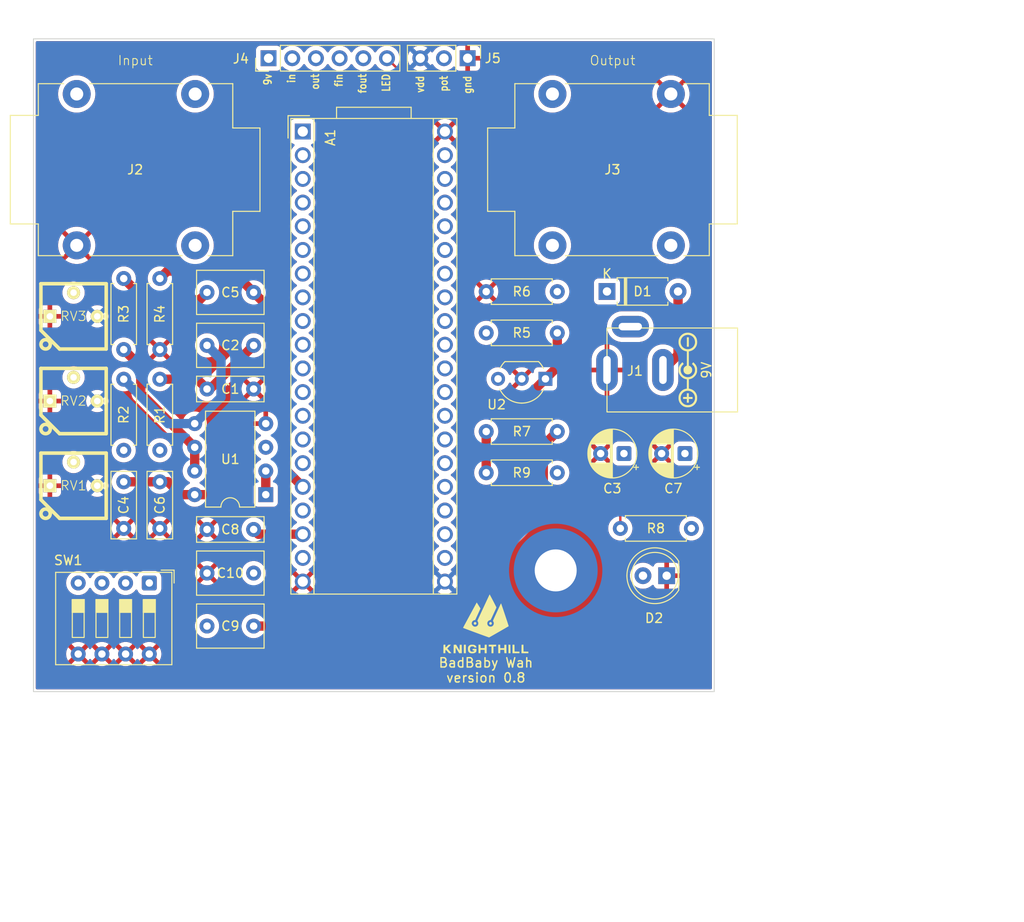
<source format=kicad_pcb>
(kicad_pcb (version 20241229) (generator "pcbnew") (generator_version "9.0")
  (title_block (title "BadBaby Wah") (date "2025-11-22") (rev "0.8") (company "KnightHill Engineering"))
  (layers (0 "F.Cu" power) (4 "In1.Cu" signal) (6 "In2.Cu" signal) (2 "B.Cu" power) (13 "F.Paste" user) (15 "B.Paste" user) (5 "F.SilkS" user "F.Silkscreen") (7 "B.SilkS" user "B.Silkscreen") (1 "F.Mask" user) (3 "B.Mask" user) (25 "Edge.Cuts" user))
  (net 0 "")
  (net 8 "GND")
  (net 9 "VDD")
  (net 11 "/POT1")
  (net 12 "/POT2")
  (net 22 "+9V")
  (net 25 "/FX_IN")
  (net 27 "/FX_OUT")
  (net 30 "/AUDIO_IN")
  (net 31 "/POT3")
  (net 32 "/AUDIO_OUT")
  (net 33 "Net-(C1-Pad1)")
  (net 34 "Net-(U1B-+)")
  (net 35 "Net-(C5-Pad1)")
  (net 37 "Net-(U1C-V+)")
  (net 38 "Net-(C9-Pad2)")
  (net 40 "Net-(D1-A)")
  (net 41 "Net-(U1A-+)")
  (net 45 "/J_IN")
  (net 46 "/VREF")
  (net 47 "/J_OUT")
  (net 48 "Net-(U1B--)")
  (net 49 "Net-(D2-A)")
  (net 50 "/SW4")
  (net 51 "/SW3")
  (net 52 "/SW1")
  (net 53 "/SW2")
  (net 54 "/LED")
  (net 55 "/WAH_POT")
  (footprint "Diode_THT:D_A-405_P7.62mm_Horizontal" (layer "F.Cu") (at 103.97 60.245)
    (property "Reference" "D1" (at 3.81 0 0) (layer "F.SilkS"))
    (property "Value" "1N5817")
    (fp_text user "K" (at 0 -1.9 0) (layer "F.SilkS"))
    (pad "1" thru_hole rect (at 0 0) (size 1.8 1.8) (drill 0.9) (layers "*.Cu" "*.Mask") (net 22 "+9V"))
    (pad "2" thru_hole oval (at 7.62 0) (size 1.8 1.8) (drill 0.9) (layers "*.Cu" "*.Mask") (net 40 "Net-(D1-A)"))
  )
  (footprint "Capacitor_THT:C_Rect_L7.0mm_W4.5mm_P5.00mm" (layer "F.Cu") (at 61.08 96.125)
    (property "Reference" "C9" (at 2.5 0 0) (layer "F.SilkS"))
    (property "Value" "1u")
    (pad "1" thru_hole circle (at 0 0) (size 1.6 1.6) (drill 0.8) (layers "*.Cu" "*.Mask") (net 32 "/AUDIO_OUT"))
    (pad "2" thru_hole circle (at 5 0) (size 1.6 1.6) (drill 0.8) (layers "*.Cu" "*.Mask") (net 38 "Net-(C9-Pad2)"))
  )
  (footprint "CustomFootprints:3362P" (layer "F.Cu") (at 46.76 71.985)
    (property "Reference" "RV2" (at 0 0 0) (layer "F.SilkS") (effects (font (thickness 0.1))))
    (property "Value" "10k")
    (pad "1" thru_hole rect (at -2.53 0.01) (size 1.4 1.4) (drill 0.7) (layers "*.Cu" "*.Mask" "F.SilkS") (net 8 "GND"))
    (pad "2" thru_hole circle (at 0.01 -2.53) (size 1.4 1.4) (drill 0.7) (layers "*.Cu" "*.Mask" "F.SilkS") (net 12 "/POT2"))
    (pad "3" thru_hole circle (at 2.55 0.01) (size 1.4 1.4) (drill 0.7) (layers "*.Cu" "*.Mask" "F.SilkS") (net 9 "VDD"))
  )
  (footprint "Capacitor_THT:C_Rect_L7.0mm_W4.5mm_P5.00mm" (layer "F.Cu") (at 61.08 60.345)
    (property "Reference" "C5" (at 2.5 0 0) (layer "F.SilkS"))
    (property "Value" "1u")
    (pad "1" thru_hole circle (at 0 0) (size 1.6 1.6) (drill 0.8) (layers "*.Cu" "*.Mask") (net 35 "Net-(C5-Pad1)"))
    (pad "2" thru_hole circle (at 5 0) (size 1.6 1.6) (drill 0.8) (layers "*.Cu" "*.Mask") (net 30 "/AUDIO_IN"))
  )
  (footprint "Capacitor_THT:CP_Radial_D5.0mm_P2.50mm" (layer "F.Cu") (at 112.33 77.625 180)
    (property "Reference" "C7" (at 1.25 -3.75 0) (layer "F.SilkS"))
    (property "Value" "100u")
    (pad "1" thru_hole roundrect (at 0 0 180) (size 1.6 1.6) (drill 0.8) (layers "*.Cu" "*.Mask") (roundrect_rratio 0.15625) (net 46 "/VREF"))
    (pad "2" thru_hole circle (at 2.5 0 180) (size 1.6 1.6) (drill 0.8) (layers "*.Cu" "*.Mask") (net 8 "GND"))
  )
  (footprint "Resistor_THT:R_Axial_DIN0207_L6.3mm_D2.5mm_P7.62mm_Horizontal" (layer "F.Cu") (at 91.02 60.265)
    (property "Reference" "R6" (at 3.81 0 0) (layer "F.SilkS"))
    (property "Value" "100K")
    (pad "1" thru_hole circle (at 0 0) (size 1.6 1.6) (drill 0.8) (layers "*.Cu" "*.Mask") (net 8 "GND"))
    (pad "2" thru_hole circle (at 7.62 0) (size 1.6 1.6) (drill 0.8) (layers "*.Cu" "*.Mask") (net 46 "/VREF"))
  )
  (footprint "Package_TO_SOT_THT:TO-92_Inline_Wide" (layer "F.Cu") (at 97.37 69.615 180)
    (property "Reference" "U2" (at 5.24 -2.76 0) (layer "F.SilkS"))
    (property "Value" "L78L05_TO92")
    (pad "1" thru_hole rect (at 0 0 180) (size 1.5 1.5) (drill 0.8) (layers "*.Cu" "*.Mask") (net 37 "Net-(U1C-V+)"))
    (pad "2" thru_hole circle (at 2.54 0 180) (size 1.5 1.5) (drill 0.8) (layers "*.Cu" "*.Mask") (net 8 "GND"))
    (pad "3" thru_hole circle (at 5.08 0 180) (size 1.5 1.5) (drill 0.8) (layers "*.Cu" "*.Mask") (net 22 "+9V"))
  )
  (footprint "Connector_Audio:Jack_6.35mm_Neutrik_NMJ4HCD2_Horizontal" (layer "F.Cu") (at 98.12 39.07)
    (property "Reference" "J3" (at 6.435 8.115 0) (layer "F.SilkS"))
    (property "Value" "Out")
    (pad "S" thru_hole circle (at 12.7 0) (size 3 3) (drill 1.4) (layers "*.Cu" "*.Mask") (net 8 "GND"))
    (pad "SN" thru_hole circle (at 12.7 16.23) (size 3 3) (drill 1.4) (layers "*.Cu" "*.Mask"))
    (pad "T" thru_hole circle (at 0 0) (size 3 3) (drill 1.4) (layers "*.Cu" "*.Mask") (net 47 "/J_OUT"))
    (pad "TN" thru_hole circle (at 0 16.23) (size 3 3) (drill 1.4) (layers "*.Cu" "*.Mask"))
  )
  (footprint "Resistor_THT:R_Axial_DIN0207_L6.3mm_D2.5mm_P7.62mm_Horizontal" (layer "F.Cu") (at 52.15 77.275 90)
    (property "Reference" "R2" (at 3.81 0 90) (layer "F.SilkS"))
    (property "Value" "1M")
    (pad "1" thru_hole circle (at 0 0 90) (size 1.6 1.6) (drill 0.8) (layers "*.Cu" "*.Mask") (net 46 "/VREF"))
    (pad "2" thru_hole circle (at 7.62 0 90) (size 1.6 1.6) (drill 0.8) (layers "*.Cu" "*.Mask") (net 34 "Net-(U1B-+)"))
  )
  (footprint "CustomFootprints:Generic_PowerJack" (layer "F.Cu") (at 103.97 68.665 180)
    (property "Reference" "J1" (at -3 -0.1 0) (layer "F.SilkS"))
    (property "Value" "Barrel_Jack_Switch")
    (pad "1" thru_hole oval (at 0 0 180) (size 2.3 4.5) (drill oval 0.8 3) (layers "*.Cu" "*.Mask") (net 8 "GND"))
    (pad "2" thru_hole oval (at -6 0 180) (size 2.3 4.5) (drill oval 0.8 3) (layers "*.Cu" "*.Mask") (net 40 "Net-(D1-A)"))
    (pad "3" thru_hole oval (at -2.5 4.65 270) (size 2.3 4) (drill oval 0.8 2.5) (layers "*.Cu" "*.Mask"))
  )
  (footprint "LOGO" (layer "F.Cu") (at 90.85 96.775)
    (property "Reference" "G***" (hide yes))
    (property "Value" "LOGO" (hide yes))
  )
  (footprint "CustomFootprints:3362P" (layer "F.Cu") (at 46.76 81.065)
    (property "Reference" "RV1" (at 0 0 0) (layer "F.SilkS") (effects (font (thickness 0.1))))
    (property "Value" "10k")
    (pad "1" thru_hole rect (at -2.53 0.01) (size 1.4 1.4) (drill 0.7) (layers "*.Cu" "*.Mask" "F.SilkS") (net 8 "GND"))
    (pad "2" thru_hole circle (at 0.01 -2.53) (size 1.4 1.4) (drill 0.7) (layers "*.Cu" "*.Mask" "F.SilkS") (net 11 "/POT1"))
    (pad "3" thru_hole circle (at 2.55 0.01) (size 1.4 1.4) (drill 0.7) (layers "*.Cu" "*.Mask" "F.SilkS") (net 9 "VDD"))
  )
  (footprint "Capacitor_THT:C_Rect_L7.0mm_W2.5mm_P5.00mm" (layer "F.Cu") (at 56.02 80.655 -90)
    (property "Reference" "C6" (at 2.5 0 90) (layer "F.SilkS"))
    (property "Value" "100n")
    (pad "1" thru_hole circle (at 0 0 270) (size 1.6 1.6) (drill 0.8) (layers "*.Cu" "*.Mask") (net 37 "Net-(U1C-V+)"))
    (pad "2" thru_hole circle (at 5 0 270) (size 1.6 1.6) (drill 0.8) (layers "*.Cu" "*.Mask") (net 8 "GND"))
  )
  (footprint "Resistor_THT:R_Axial_DIN0207_L6.3mm_D2.5mm_P7.62mm_Horizontal" (layer "F.Cu") (at 98.64 75.265 180)
    (property "Reference" "R7" (at 3.81 0 0) (layer "F.SilkS"))
    (property "Value" "1K")
    (pad "1" thru_hole circle (at 0 0 180) (size 1.6 1.6) (drill 0.8) (layers "*.Cu" "*.Mask") (net 38 "Net-(C9-Pad2)"))
    (pad "2" thru_hole circle (at 7.62 0 180) (size 1.6 1.6) (drill 0.8) (layers "*.Cu" "*.Mask") (net 41 "Net-(U1A-+)"))
  )
  (footprint "Resistor_THT:R_Axial_DIN0207_L6.3mm_D2.5mm_P7.62mm_Horizontal" (layer "F.Cu") (at 56.02 77.275 90)
    (property "Reference" "R1" (at 3.81 0 90) (layer "F.SilkS"))
    (property "Value" "3K3")
    (pad "1" thru_hole circle (at 0 0 90) (size 1.6 1.6) (drill 0.8) (layers "*.Cu" "*.Mask") (net 25 "/FX_IN"))
    (pad "2" thru_hole circle (at 7.62 0 90) (size 1.6 1.6) (drill 0.8) (layers "*.Cu" "*.Mask") (net 33 "Net-(C1-Pad1)"))
  )
  (footprint "Resistor_THT:R_Axial_DIN0207_L6.3mm_D2.5mm_P7.62mm_Horizontal" (layer "F.Cu") (at 98.64 64.685 180)
    (property "Reference" "R5" (at 3.81 0 0) (layer "F.SilkS"))
    (property "Value" "100K")
    (pad "1" thru_hole circle (at 0 0 180) (size 1.6 1.6) (drill 0.8) (layers "*.Cu" "*.Mask") (net 37 "Net-(U1C-V+)"))
    (pad "2" thru_hole circle (at 7.62 0 180) (size 1.6 1.6) (drill 0.8) (layers "*.Cu" "*.Mask") (net 46 "/VREF"))
  )
  (footprint "Button_Switch_THT:SW_DIP_SPSTx04_Slide_9.78x12.34mm_W7.62mm_P2.54mm" (layer "F.Cu") (at 54.89 91.505 -90)
    (property "Reference" "SW1" (at -2.43 8.69 0) (layer "F.SilkS"))
    (property "Value" "SW_DIP_x04")
    (pad "1" thru_hole roundrect (at 0 0 270) (size 1.6 1.6) (drill 0.8) (layers "*.Cu" "*.Mask") (roundrect_rratio 0.15625) (net 52 "/SW1"))
    (pad "2" thru_hole circle (at 0 2.54 270) (size 1.6 1.6) (drill 0.8) (layers "*.Cu" "*.Mask") (net 53 "/SW2"))
    (pad "3" thru_hole circle (at 0 5.08 270) (size 1.6 1.6) (drill 0.8) (layers "*.Cu" "*.Mask") (net 51 "/SW3"))
    (pad "4" thru_hole circle (at 0 7.62 270) (size 1.6 1.6) (drill 0.8) (layers "*.Cu" "*.Mask") (net 50 "/SW4"))
    (pad "5" thru_hole circle (at 7.62 7.62 270) (size 1.6 1.6) (drill 0.8) (layers "*.Cu" "*.Mask") (net 8 "GND"))
    (pad "6" thru_hole circle (at 7.62 5.08 270) (size 1.6 1.6) (drill 0.8) (layers "*.Cu" "*.Mask") (net 8 "GND"))
    (pad "7" thru_hole circle (at 7.62 2.54 270) (size 1.6 1.6) (drill 0.8) (layers "*.Cu" "*.Mask") (net 8 "GND"))
    (pad "8" thru_hole circle (at 7.62 0 270) (size 1.6 1.6) (drill 0.8) (layers "*.Cu" "*.Mask") (net 8 "GND"))
  )
  (footprint "Connector_PinHeader_2.54mm:PinHeader_1x06_P2.54mm_Vertical" (layer "F.Cu") (at 67.68 35.234999 90)
    (property "Reference" "J4" (at -0.060001 -2.97 180) (layer "F.SilkS"))
    (property "Value" "Conn_01x06_Pin")
    (pad "1" thru_hole rect (at 0 0 90) (size 1.7 1.7) (drill 1) (layers "*.Cu" "*.Mask") (net 22 "+9V"))
    (pad "2" thru_hole circle (at 0 2.54 90) (size 1.7 1.7) (drill 1) (layers "*.Cu" "*.Mask") (net 45 "/J_IN"))
    (pad "3" thru_hole circle (at 0 5.08 90) (size 1.7 1.7) (drill 1) (layers "*.Cu" "*.Mask") (net 47 "/J_OUT"))
    (pad "4" thru_hole circle (at 0 7.62 90) (size 1.7 1.7) (drill 1) (layers "*.Cu" "*.Mask") (net 25 "/FX_IN"))
    (pad "5" thru_hole circle (at 0 10.16 90) (size 1.7 1.7) (drill 1) (layers "*.Cu" "*.Mask") (net 27 "/FX_OUT"))
    (pad "6" thru_hole circle (at 0 12.7 90) (size 1.7 1.7) (drill 1) (layers "*.Cu" "*.Mask") (net 54 "/LED"))
  )
  (footprint "Resistor_THT:R_Axial_DIN0207_L6.3mm_D2.5mm_P7.62mm_Horizontal" (layer "F.Cu") (at 105.4 85.655)
    (property "Reference" "R8" (at 3.81 0 0) (layer "F.SilkS"))
    (property "Value" "R")
    (pad "1" thru_hole circle (at 0 0) (size 1.6 1.6) (drill 0.8) (layers "*.Cu" "*.Mask") (net 54 "/LED"))
    (pad "2" thru_hole circle (at 7.62 0) (size 1.6 1.6) (drill 0.8) (layers "*.Cu" "*.Mask") (net 49 "Net-(D2-A)"))
  )
  (footprint "Connector_PinHeader_2.54mm:PinHeader_1x03_P2.54mm_Vertical" (layer "F.Cu") (at 89.03 35.234999 -90)
    (property "Reference" "J5" (at 0.010001 -2.69 180) (layer "F.SilkS"))
    (property "Value" "Conn_01x03_Pin")
    (pad "1" thru_hole rect (at 0 0 270) (size 1.7 1.7) (drill 1) (layers "*.Cu" "*.Mask") (net 8 "GND"))
    (pad "2" thru_hole circle (at 0 2.54 270) (size 1.7 1.7) (drill 1) (layers "*.Cu" "*.Mask") (net 55 "/WAH_POT"))
    (pad "3" thru_hole circle (at 0 5.08 270) (size 1.7 1.7) (drill 1) (layers "*.Cu" "*.Mask") (net 9 "VDD"))
  )
  (footprint "LOGO" (layer "F.Cu") (at 112.64 68.664964 90)
    (property "Reference" "G***" (hide yes))
    (property "Value" "LOGO" (hide yes))
  )
  (footprint "Connector_Audio:Jack_6.35mm_Neutrik_NMJ4HCD2_Horizontal" (layer "F.Cu") (at 59.81 55.3 180)
    (property "Reference" "J2" (at 6.435 8.115 0) (layer "F.SilkS"))
    (property "Value" "In")
    (pad "S" thru_hole circle (at 12.7 0 180) (size 3 3) (drill 1.4) (layers "*.Cu" "*.Mask") (net 8 "GND"))
    (pad "SN" thru_hole circle (at 12.7 16.23 180) (size 3 3) (drill 1.4) (layers "*.Cu" "*.Mask"))
    (pad "T" thru_hole circle (at 0 0 180) (size 3 3) (drill 1.4) (layers "*.Cu" "*.Mask") (net 45 "/J_IN"))
    (pad "TN" thru_hole circle (at 0 16.23 180) (size 3 3) (drill 1.4) (layers "*.Cu" "*.Mask"))
  )
  (footprint "Resistor_THT:R_Axial_DIN0207_L6.3mm_D2.5mm_P7.62mm_Horizontal" (layer "F.Cu") (at 52.15 66.475 90)
    (property "Reference" "R3" (at 3.81 0 90) (layer "F.SilkS"))
    (property "Value" "100R")
    (pad "1" thru_hole circle (at 0 0 90) (size 1.6 1.6) (drill 0.8) (layers "*.Cu" "*.Mask") (net 48 "Net-(U1B--)"))
    (pad "2" thru_hole circle (at 7.62 0 90) (size 1.6 1.6) (drill 0.8) (layers "*.Cu" "*.Mask") (net 35 "Net-(C5-Pad1)"))
  )
  (footprint "Capacitor_THT:C_Rect_L7.0mm_W2.5mm_P5.00mm" (layer "F.Cu") (at 52.15 80.655 -90)
    (property "Reference" "C4" (at 2.5 0 90) (layer "F.SilkS"))
    (property "Value" "100n")
    (pad "1" thru_hole circle (at 0 0 270) (size 1.6 1.6) (drill 0.8) (layers "*.Cu" "*.Mask") (net 37 "Net-(U1C-V+)"))
    (pad "2" thru_hole circle (at 5 0 270) (size 1.6 1.6) (drill 0.8) (layers "*.Cu" "*.Mask") (net 8 "GND"))
  )
  (footprint "Capacitor_THT:CP_Radial_D5.0mm_P2.50mm" (layer "F.Cu") (at 105.79 77.625 180)
    (property "Reference" "C3" (at 1.25 -3.75 0) (layer "F.SilkS"))
    (property "Value" "100u")
    (pad "1" thru_hole roundrect (at 0 0 180) (size 1.6 1.6) (drill 0.8) (layers "*.Cu" "*.Mask") (roundrect_rratio 0.15625) (net 22 "+9V"))
    (pad "2" thru_hole circle (at 2.5 0 180) (size 1.6 1.6) (drill 0.8) (layers "*.Cu" "*.Mask") (net 8 "GND"))
  )
  (footprint "Resistor_THT:R_Axial_DIN0207_L6.3mm_D2.5mm_P7.62mm_Horizontal" (layer "F.Cu") (at 98.64 79.685 180)
    (property "Reference" "R9" (at 3.81 0 0) (layer "F.SilkS"))
    (property "Value" "1M")
    (pad "1" thru_hole circle (at 0 0 180) (size 1.6 1.6) (drill 0.8) (layers "*.Cu" "*.Mask") (net 46 "/VREF"))
    (pad "2" thru_hole circle (at 7.62 0 180) (size 1.6 1.6) (drill 0.8) (layers "*.Cu" "*.Mask") (net 41 "Net-(U1A-+)"))
  )
  (footprint "Capacitor_THT:C_Rect_L7.0mm_W2.5mm_P5.00mm" (layer "F.Cu") (at 61.08 70.705)
    (property "Reference" "C1" (at 2.5 0 0) (layer "F.SilkS"))
    (property "Value" "2n2")
    (pad "1" thru_hole circle (at 0 0) (size 1.6 1.6) (drill 0.8) (layers "*.Cu" "*.Mask") (net 33 "Net-(C1-Pad1)"))
    (pad "2" thru_hole circle (at 5 0) (size 1.6 1.6) (drill 0.8) (layers "*.Cu" "*.Mask") (net 8 "GND"))
  )
  (footprint "Capacitor_THT:C_Rect_L7.0mm_W4.5mm_P5.00mm" (layer "F.Cu") (at 66.08 66.025 180)
    (property "Reference" "C2" (at 2.5 0 0) (layer "F.SilkS"))
    (property "Value" "1u")
    (pad "1" thru_hole circle (at 0 0 180) (size 1.6 1.6) (drill 0.8) (layers "*.Cu" "*.Mask") (net 33 "Net-(C1-Pad1)"))
    (pad "2" thru_hole circle (at 5 0 180) (size 1.6 1.6) (drill 0.8) (layers "*.Cu" "*.Mask") (net 34 "Net-(U1B-+)"))
  )
  (footprint "Package_DIP:DIP-8_W7.62mm" (layer "F.Cu") (at 67.38 82.035 180)
    (property "Reference" "U1" (at 3.8 3.8 0) (layer "F.SilkS"))
    (property "Value" "TL072")
    (pad "1" thru_hole rect (at 0 0 180) (size 1.6 1.6) (drill 0.8) (layers "*.Cu" "*.Mask") (net 27 "/FX_OUT"))
    (pad "2" thru_hole oval (at 0 2.54 180) (size 1.6 1.6) (drill 0.8) (layers "*.Cu" "*.Mask") (net 27 "/FX_OUT"))
    (pad "3" thru_hole oval (at 0 5.08 180) (size 1.6 1.6) (drill 0.8) (layers "*.Cu" "*.Mask") (net 41 "Net-(U1A-+)"))
    (pad "4" thru_hole oval (at 0 7.62 180) (size 1.6 1.6) (drill 0.8) (layers "*.Cu" "*.Mask") (net 8 "GND"))
    (pad "5" thru_hole oval (at 7.62 7.62 180) (size 1.6 1.6) (drill 0.8) (layers "*.Cu" "*.Mask") (net 34 "Net-(U1B-+)"))
    (pad "6" thru_hole oval (at 7.62 5.08 180) (size 1.6 1.6) (drill 0.8) (layers "*.Cu" "*.Mask") (net 48 "Net-(U1B--)"))
    (pad "7" thru_hole oval (at 7.62 2.54 180) (size 1.6 1.6) (drill 0.8) (layers "*.Cu" "*.Mask") (net 48 "Net-(U1B--)"))
    (pad "8" thru_hole oval (at 7.62 0 180) (size 1.6 1.6) (drill 0.8) (layers "*.Cu" "*.Mask") (net 37 "Net-(U1C-V+)"))
  )
  (footprint "LED_THT:LED_D5.0mm" (layer "F.Cu") (at 110.37 90.725 180)
    (property "Reference" "D2" (at 1.35 -4.55 0) (layer "F.SilkS"))
    (property "Value" "LED")
    (pad "1" thru_hole rect (at 0 0 180) (size 1.8 1.8) (drill 0.9) (layers "*.Cu" "*.Mask") (net 8 "GND"))
    (pad "2" thru_hole circle (at 2.54 0 180) (size 1.8 1.8) (drill 0.9) (layers "*.Cu" "*.Mask") (net 49 "Net-(D2-A)"))
  )
  (footprint "Capacitor_THT:C_Rect_L7.0mm_W2.5mm_P5.00mm" (layer "F.Cu") (at 66.08 85.765 180)
    (property "Reference" "C8" (at 2.5 0 0) (layer "F.SilkS"))
    (property "Value" "100p")
    (pad "1" thru_hole circle (at 0 0 180) (size 1.6 1.6) (drill 0.8) (layers "*.Cu" "*.Mask") (net 32 "/AUDIO_OUT"))
    (pad "2" thru_hole circle (at 5 0 180) (size 1.6 1.6) (drill 0.8) (layers "*.Cu" "*.Mask") (net 8 "GND"))
  )
  (footprint "Resistor_THT:R_Axial_DIN0207_L6.3mm_D2.5mm_P7.62mm_Horizontal" (layer "F.Cu") (at 56.02 58.855 -90)
    (property "Reference" "R4" (at 3.81 0 90) (layer "F.SilkS"))
    (property "Value" "100K")
    (pad "1" thru_hole circle (at 0 0 270) (size 1.6 1.6) (drill 0.8) (layers "*.Cu" "*.Mask") (net 30 "/AUDIO_IN"))
    (pad "2" thru_hole circle (at 7.62 0 270) (size 1.6 1.6) (drill 0.8) (layers "*.Cu" "*.Mask") (net 8 "GND"))
  )
  (footprint "Module:Electrosmith_Daisy_Seed" (layer "F.Cu") (at 71.35 43.095)
    (property "Reference" "A1" (at 2.96 0.64 90) (layer "F.SilkS"))
    (property "Value" "Electrosmith_Daisy_Seed_Rev4")
    (pad "1" thru_hole rect (at 0 0) (size 1.7 1.7) (drill 1.1) (layers "*.Cu" "*.Mask"))
    (pad "2" thru_hole circle (at 0 2.54) (size 1.7 1.7) (drill 1.1) (layers "*.Cu" "*.Mask"))
    (pad "3" thru_hole circle (at 0 5.08) (size 1.7 1.7) (drill 1.1) (layers "*.Cu" "*.Mask"))
    (pad "4" thru_hole circle (at 0 7.62) (size 1.7 1.7) (drill 1.1) (layers "*.Cu" "*.Mask"))
    (pad "5" thru_hole circle (at 0 10.16) (size 1.7 1.7) (drill 1.1) (layers "*.Cu" "*.Mask"))
    (pad "6" thru_hole circle (at 0 12.7) (size 1.7 1.7) (drill 1.1) (layers "*.Cu" "*.Mask"))
    (pad "7" thru_hole circle (at 0 15.24) (size 1.7 1.7) (drill 1.1) (layers "*.Cu" "*.Mask"))
    (pad "8" thru_hole circle (at 0 17.78) (size 1.7 1.7) (drill 1.1) (layers "*.Cu" "*.Mask"))
    (pad "9" thru_hole circle (at 0 20.32) (size 1.7 1.7) (drill 1.1) (layers "*.Cu" "*.Mask"))
    (pad "10" thru_hole circle (at 0 22.86) (size 1.7 1.7) (drill 1.1) (layers "*.Cu" "*.Mask"))
    (pad "11" thru_hole circle (at 0 25.4) (size 1.7 1.7) (drill 1.1) (layers "*.Cu" "*.Mask"))
    (pad "12" thru_hole circle (at 0 27.94) (size 1.7 1.7) (drill 1.1) (layers "*.Cu" "*.Mask"))
    (pad "13" thru_hole circle (at 0 30.48) (size 1.7 1.7) (drill 1.1) (layers "*.Cu" "*.Mask"))
    (pad "14" thru_hole circle (at 0 33.02) (size 1.7 1.7) (drill 1.1) (layers "*.Cu" "*.Mask"))
    (pad "15" thru_hole circle (at 0 35.56) (size 1.7 1.7) (drill 1.1) (layers "*.Cu" "*.Mask"))
    (pad "16" thru_hole circle (at 0 38.1) (size 1.7 1.7) (drill 1.1) (layers "*.Cu" "*.Mask") (net 30 "/AUDIO_IN"))
    (pad "17" thru_hole circle (at 0 40.64) (size 1.7 1.7) (drill 1.1) (layers "*.Cu" "*.Mask"))
    (pad "18" thru_hole circle (at 0 43.18) (size 1.7 1.7) (drill 1.1) (layers "*.Cu" "*.Mask") (net 32 "/AUDIO_OUT"))
    (pad "19" thru_hole circle (at 0 45.72) (size 1.7 1.7) (drill 1.1) (layers "*.Cu" "*.Mask"))
    (pad "20" thru_hole circle (at 0 48.26) (size 1.7 1.7) (drill 1.1) (layers "*.Cu" "*.Mask") (net 8 "GND"))
    (pad "21" thru_hole circle (at 15.24 48.26) (size 1.7 1.7) (drill 1.1) (layers "*.Cu" "*.Mask") (net 9 "VDD"))
    (pad "22" thru_hole circle (at 15.24 45.72) (size 1.7 1.7) (drill 1.1) (layers "*.Cu" "*.Mask") (net 11 "/POT1"))
    (pad "23" thru_hole circle (at 15.24 43.18) (size 1.7 1.7) (drill 1.1) (layers "*.Cu" "*.Mask") (net 12 "/POT2"))
    (pad "24" thru_hole circle (at 15.24 40.64) (size 1.7 1.7) (drill 1.1) (layers "*.Cu" "*.Mask") (net 31 "/POT3"))
    (pad "25" thru_hole circle (at 15.24 38.1) (size 1.7 1.7) (drill 1.1) (layers "*.Cu" "*.Mask"))
    (pad "26" thru_hole circle (at 15.24 35.56) (size 1.7 1.7) (drill 1.1) (layers "*.Cu" "*.Mask") (net 55 "/WAH_POT"))
    (pad "27" thru_hole circle (at 15.24 33.02) (size 1.7 1.7) (drill 1.1) (layers "*.Cu" "*.Mask") (net 52 "/SW1"))
    (pad "28" thru_hole circle (at 15.24 30.48) (size 1.7 1.7) (drill 1.1) (layers "*.Cu" "*.Mask") (net 53 "/SW2"))
    (pad "29" thru_hole circle (at 15.24 27.94) (size 1.7 1.7) (drill 1.1) (layers "*.Cu" "*.Mask") (net 51 "/SW3"))
    (pad "30" thru_hole circle (at 15.24 25.4) (size 1.7 1.7) (drill 1.1) (layers "*.Cu" "*.Mask") (net 50 "/SW4"))
    (pad "31" thru_hole circle (at 15.24 22.86) (size 1.7 1.7) (drill 1.1) (layers "*.Cu" "*.Mask"))
    (pad "32" thru_hole circle (at 15.24 20.32) (size 1.7 1.7) (drill 1.1) (layers "*.Cu" "*.Mask"))
    (pad "33" thru_hole circle (at 15.24 17.78) (size 1.7 1.7) (drill 1.1) (layers "*.Cu" "*.Mask"))
    (pad "34" thru_hole circle (at 15.24 15.24) (size 1.7 1.7) (drill 1.1) (layers "*.Cu" "*.Mask"))
    (pad "35" thru_hole circle (at 15.24 12.7) (size 1.7 1.7) (drill 1.1) (layers "*.Cu" "*.Mask"))
    (pad "36" thru_hole circle (at 15.24 10.16) (size 1.7 1.7) (drill 1.1) (layers "*.Cu" "*.Mask"))
    (pad "37" thru_hole circle (at 15.24 7.62) (size 1.7 1.7) (drill 1.1) (layers "*.Cu" "*.Mask"))
    (pad "38" thru_hole circle (at 15.24 5.08) (size 1.7 1.7) (drill 1.1) (layers "*.Cu" "*.Mask"))
    (pad "39" thru_hole circle (at 15.24 2.54) (size 1.7 1.7) (drill 1.1) (layers "*.Cu" "*.Mask") (net 22 "+9V"))
    (pad "40" thru_hole circle (at 15.24 0) (size 1.7 1.7) (drill 1.1) (layers "*.Cu" "*.Mask") (net 8 "GND"))
  )
  (footprint "MountingHole:MountingHole_4.5mm_Pad" (layer "F.Cu") (at 98.47 90.155)
    (property "Reference" "H1" (hide yes))
    (property "Value" "MountingHole_Pad" (hide yes))
    (pad "1" thru_hole circle (at 0 0) (size 9 9) (drill 4.5) (layers "*.Cu" "*.Mask") (net 8 "GND"))
  )
  (footprint "Capacitor_THT:C_Rect_L7.0mm_W4.5mm_P5.00mm" (layer "F.Cu") (at 66.08 90.445 180)
    (property "Reference" "C10" (at 2.5 0 0) (layer "F.SilkS"))
    (property "Value" "1n")
    (pad "1" thru_hole circle (at 0 0 180) (size 1.6 1.6) (drill 0.8) (layers "*.Cu" "*.Mask") (net 41 "Net-(U1A-+)"))
    (pad "2" thru_hole circle (at 5 0 180) (size 1.6 1.6) (drill 0.8) (layers "*.Cu" "*.Mask") (net 8 "GND"))
  )
  (footprint "CustomFootprints:3362P" (layer "F.Cu") (at 46.76 62.905)
    (property "Reference" "RV3" (at 0 0 0) (layer "F.SilkS") (effects (font (thickness 0.1))))
    (property "Value" "10k")
    (pad "1" thru_hole rect (at -2.53 0.01) (size 1.4 1.4) (drill 0.7) (layers "*.Cu" "*.Mask" "F.SilkS") (net 8 "GND"))
    (pad "2" thru_hole circle (at 0.01 -2.53) (size 1.4 1.4) (drill 0.7) (layers "*.Cu" "*.Mask" "F.SilkS") (net 31 "/POT3"))
    (pad "3" thru_hole circle (at 2.55 0.01) (size 1.4 1.4) (drill 0.7) (layers "*.Cu" "*.Mask" "F.SilkS") (net 9 "VDD"))
  )
  (gr_rect (start 42.47 33.155) (end 115.47 103.155) (stroke (width 0.1)) (fill no) (layer "Edge.Cuts"))
  (gr_text "out" (at 73.14 38.681666 90) (layer "F.SilkS") (effects (font (size 0.8 0.7)) (justify left bottom)))
  (gr_text "BadBaby Wah\nversion 0.8" (at 90.98413 100.865 0) (layer "F.SilkS") (effects (font (size 1 1))))
  (gr_text "gnd" (at 89.48 39.135 90) (layer "F.SilkS") (effects (font (size 0.8 0.7)) (justify left bottom)))
  (gr_text "in" (at 70.6 37.981666 90) (layer "F.SilkS") (effects (font (size 0.8 0.7)) (justify left bottom)))
  (gr_text "vdd" (at 84.4 39.035 90) (layer "F.SilkS") (effects (font (size 0.8 0.7)) (justify left bottom)))
  (gr_text "9v" (at 68.06 38.215 90) (layer "F.SilkS") (effects (font (size 0.8 0.7)) (justify left bottom)))
  (gr_text "Output" (at 102.052619 36.065 0) (layer "F.SilkS") (effects (font (size 1 1) (thickness 0.1)) (justify left bottom)))
  (gr_text "fin" (at 75.68 38.381666 90) (layer "F.SilkS") (effects (font (size 0.8 0.7)) (justify left bottom)))
  (gr_text "pot" (at 86.94 38.901667 90) (layer "F.SilkS") (effects (font (size 0.8 0.7)) (justify left bottom)))
  (gr_text "Input" (at 51.444048 36.065 0) (layer "F.SilkS") (effects (font (size 1 1) (thickness 0.1)) (justify left bottom)))
  (gr_text "fout" (at 78.22 39.081666 90) (layer "F.SilkS") (effects (font (size 0.8 0.7)) (justify left bottom)))
  (gr_text "9V" (at 115.22 69.694762 90) (layer "F.SilkS") (effects (font (size 1 1)) (justify left bottom)))
  (gr_text "LED" (at 80.76 38.915 90) (layer "F.SilkS") (effects (font (size 0.8 0.7)) (justify left bottom)))
  (segment (start 67.38 82.035) (end 67.38 79.495) (width 1) (layer "F.Cu") (net 27))
  (segment (start 63.790001 58.055001) (end 66.08 60.345) (width 1) (layer "F.Cu") (net 30))
  (segment (start 66.08 60.345) (end 69.51 63.775) (width 1) (layer "F.Cu") (net 30))
  (segment (start 56.02 58.855) (end 56.819999 58.055001) (width 1) (layer "F.Cu") (net 30))
  (segment (start 56.819999 58.055001) (end 63.790001 58.055001) (width 1) (layer "F.Cu") (net 30))
  (segment (start 69.51 63.775) (end 69.51 79.355) (width 1) (layer "F.Cu") (net 30))
  (segment (start 69.51 79.355) (end 71.35 81.195) (width 1) (layer "F.Cu") (net 30))
  (segment (start 71.35 86.275) (end 66.59 86.275) (width 1) (layer "F.Cu") (net 32))
  (segment (start 66.59 86.275) (end 66.08 85.765) (width 1) (layer "F.Cu") (net 32))
  (segment (start 61.4 70.705) (end 66.08 66.025) (width 1) (layer "F.Cu") (net 33))
  (segment (start 56.02 69.655) (end 60.03 69.655) (width 1) (layer "F.Cu") (net 33))
  (segment (start 60.03 69.655) (end 61.08 70.705) (width 1) (layer "F.Cu") (net 33))
  (segment (start 61.08 70.705) (end 61.4 70.705) (width 1) (layer "F.Cu") (net 33))
  (segment (start 62.581 71.594) (end 59.76 74.415) (width 1) (layer "B.Cu") (net 34))
  (segment (start 52.15 69.655) (end 56.91 74.415) (width 1) (layer "B.Cu") (net 34))
  (segment (start 61.08 66.025) (end 62.581 67.526) (width 1) (layer "B.Cu") (net 34))
  (segment (start 56.91 74.415) (end 59.76 74.415) (width 1) (layer "B.Cu") (net 34))
  (segment (start 62.581 67.526) (end 62.581 71.594) (width 1) (layer "B.Cu") (net 34))
  (segment (start 52.15 58.855) (end 54.439999 61.144999) (width 1) (layer "F.Cu") (net 35))
  (segment (start 60.280001 61.144999) (end 61.08 60.345) (width 1) (layer "F.Cu") (net 35))
  (segment (start 54.439999 61.144999) (end 60.280001 61.144999) (width 1) (layer "F.Cu") (net 35))
  (segment (start 98.64 68.345) (end 97.37 69.615) (width 1) (layer "F.Cu") (net 37))
  (segment (start 56.9 80.655) (end 58.28 82.035) (width 1) (layer "F.Cu") (net 37))
  (segment (start 95.938 71.047) (end 95.938 82.56853) (width 1) (layer "F.Cu") (net 37))
  (segment (start 58.28 82.035) (end 59.76 82.035) (width 1) (layer "F.Cu") (net 37))
  (segment (start 63.41 90.315) (end 63.41 83.895) (width 1) (layer "F.Cu") (net 37))
  (segment (start 67.719 94.624) (end 63.41 90.315) (width 1) (layer "F.Cu") (net 37))
  (segment (start 61.55 82.035) (end 59.76 82.035) (width 1) (layer "F.Cu") (net 37))
  (segment (start 95.938 82.56853) (end 90.885765 87.620765) (width 1) (layer "F.Cu") (net 37))
  (segment (start 90.885765 87.620765) (end 90.885765 91.930765) (width 1) (layer "F.Cu") (net 37))
  (segment (start 63.41 83.895) (end 61.55 82.035) (width 1) (layer "F.Cu") (net 37))
  (segment (start 88.19253 94.624) (end 67.719 94.624) (width 1) (layer "F.Cu") (net 37))
  (segment (start 52.15 80.655) (end 56.02 80.655) (width 1) (layer "F.Cu") (net 37))
  (segment (start 90.885765 91.930765) (end 88.19253 94.624) (width 1) (layer "F.Cu") (net 37))
  (segment (start 56.02 80.655) (end 56.9 80.655) (width 1) (layer "F.Cu") (net 37))
  (segment (start 97.37 69.615) (end 95.938 71.047) (width 1) (layer "F.Cu") (net 37))
  (segment (start 98.64 64.685) (end 98.64 68.345) (width 1) (layer "F.Cu") (net 37))
  (segment (start 92.21 92.305) (end 92.21 87.995) (width 1) (layer "F.Cu") (net 38))
  (segment (start 92.21 87.995) (end 97.139 83.066) (width 1) (layer "F.Cu") (net 38))
  (segment (start 66.08 96.125) (end 88.39 96.125) (width 1) (layer "F.Cu") (net 38))
  (segment (start 97.139 76.766) (end 98.64 75.265) (width 1) (layer "F.Cu") (net 38))
  (segment (start 97.139 83.066) (end 97.139 76.766) (width 1) (layer "F.Cu") (net 38))
  (segment (start 88.39 96.125) (end 92.21 92.305) (width 1) (layer "F.Cu") (net 38))
  (segment (start 111.59 67.045) (end 109.97 68.665) (width 1) (layer "F.Cu") (net 40))
  (segment (start 111.59 60.245) (end 111.59 67.045) (width 1) (layer "F.Cu") (net 40))
  (segment (start 91.02 75.265) (end 91.02 79.685) (width 1) (layer "F.Cu") (net 41))
  (segment (start 59.76 79.495) (end 59.76 76.955) (width 1) (layer "F.Cu") (net 48))
  (segment (start 53.98 68.305) (end 53.98 71.175) (width 1) (layer "F.Cu") (net 48))
  (segment (start 53.98 71.175) (end 59.76 76.955) (width 1) (layer "F.Cu") (net 48))
  (segment (start 52.15 66.475) (end 53.98 68.305) (width 1) (layer "F.Cu") (net 48))
  (segment (start 80.38 35.234999) (end 84.400001 39.255) (width 0.25) (layer "F.Cu") (net 54))
  (segment (start 92.08 39.255) (end 101.21 48.385) (width 0.25) (layer "F.Cu") (net 54))
  (segment (start 84.400001 39.255) (end 92.08 39.255) (width 0.25) (layer "F.Cu") (net 54))
  (segment (start 101.21 48.385) (end 101.21 80.165) (width 0.25) (layer "F.Cu") (net 54))
  (segment (start 105.4 84.355) (end 105.4 85.655) (width 0.25) (layer "F.Cu") (net 54))
  (segment (start 101.21 80.165) (end 105.4 84.355) (width 0.25) (layer "F.Cu") (net 54))
  (zone (net 8) (net_name "GND") (layer "F.Cu") (name "VCC") (connect_pads (clearance 0.5)) (min_thickness 0.25) (fill yes (thermal_gap 0.5) (thermal_bridge_width 0.5))
    (polygon (pts (xy 39.140401 127.83015) (xy 38.882053 30.461507) (xy 148.087923 29.110539) (xy 148.696174 126.502435)))
  )
  (zone (net 9) (net_name "VDD") (layer "B.Cu") (name "VDD") (connect_pads (clearance 0.5)) (min_thickness 0.25) (fill yes (thermal_gap 0.5) (thermal_bridge_width 0.5))
    (polygon (pts (xy 41.797889 125.404521) (xy 41.139235 30.291858) (xy 146.557965 30.736894) (xy 147.557339 125.871912)))
  )
)
</source>
